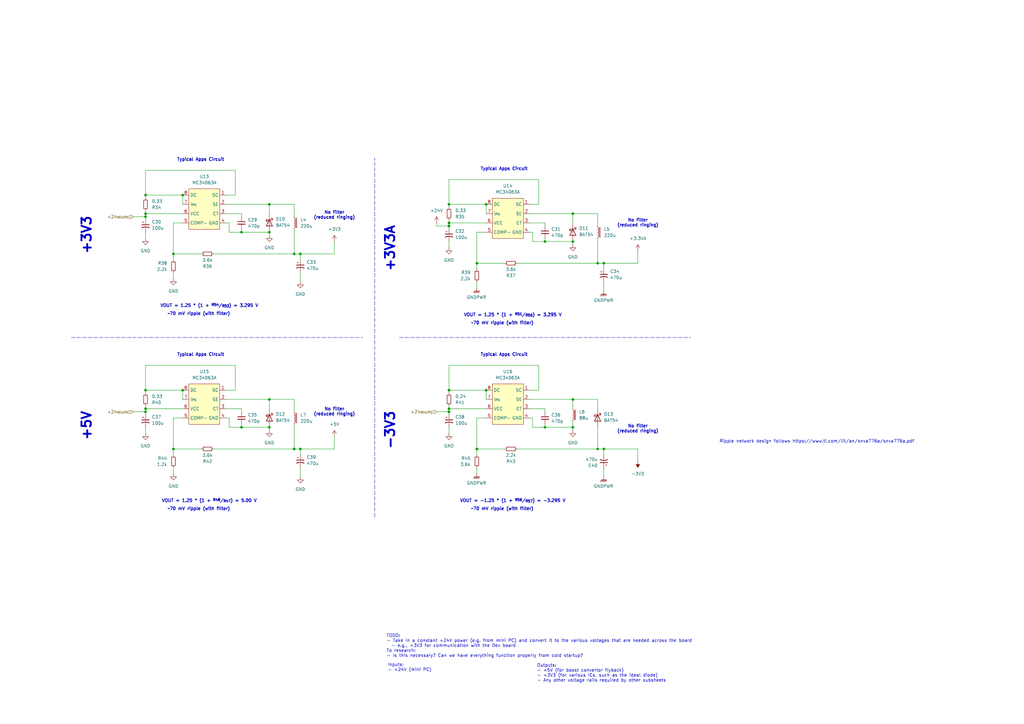
<source format=kicad_sch>
(kicad_sch (version 20250114) (generator "eeschema") (generator_version "9.0")
  (paper "A3")
  (title_block (title "Housekeeping Power Supplies") (date "2025-02-12") (rev "1") (company "UT Robomaster") (comment 1 "Robomaster"))
  (lib_symbols
    (symbol "! Robomaster ICs:MC34063A"
      (property "Reference" "U" (at 0 3.556 0))
      (property "Value" "MC34063A" (at 0 1.524 0))
      (symbol "MC34063A_1_1"
        (rectangle (start -6.35 0) (end 6.35 -16.51) (fill (type background)))
        (pin passive line (at -8.89 -2.54 0) (length 2.54) (name "DC") (number "8"))
        (pin input line (at -8.89 -6.35 0) (length 2.54) (name "I_{PK}") (number "7"))
        (pin power_in line (at -8.89 -10.16 0) (length 2.54) (name "VCC") (number "6"))
        (pin power_in line (at -8.89 -13.97 0) (length 2.54) (name "COMP-") (number "5"))
        (pin passive line (at 8.89 -2.54 180) (length 2.54) (name "SC") (number "1"))
        (pin passive line (at 8.89 -6.35 180) (length 2.54) (name "SE") (number "2"))
        (pin passive line (at 8.89 -10.16 180) (length 2.54) (name "CT") (number "3"))
        (pin power_in line (at 8.89 -13.97 180) (length 2.54) (name "GND") (number "4"))
      )
    )
    (symbol "Device:C_Polarized_Small_US" (pin_numbers (hide yes)) (pin_names (offset 0.254) (hide yes))
      (property "Reference" "C" (at 0.254 1.778 0))
      (property "Value" "C_Polarized_Small_US" (at 0.254 -2.032 0))
      (symbol "C_Polarized_Small_US_0_1"
        (polyline (pts (xy -1.524 0.508) (xy 1.524 0.508)) (stroke (width 0.3048)))
        (polyline (pts (xy -1.27 1.524) (xy -0.762 1.524)))
        (polyline (pts (xy -1.016 1.27) (xy -1.016 1.778)))
        (arc (start -1.524 -0.762) (mid 0 -0.3734) (end 1.524 -0.762) (stroke (width 0.3048)))
      )
      (symbol "C_Polarized_Small_US_1_1"
        (pin passive line (at 0 2.54 270) (length 2.032) (name "~") (number "1"))
        (pin passive line (at 0 -2.54 90) (length 2.032) (name "~") (number "2"))
      )
    )
    (symbol "Device:C_Small" (pin_numbers (hide yes)) (pin_names (offset 0.254) (hide yes))
      (property "Reference" "C" (at 0.254 1.778 0))
      (property "Value" "C_Small" (at 0.254 -2.032 0))
      (symbol "C_Small_0_1"
        (polyline (pts (xy -1.524 0.508) (xy 1.524 0.508)) (stroke (width 0.3048)))
        (polyline (pts (xy -1.524 -0.508) (xy 1.524 -0.508)) (stroke (width 0.3302)))
      )
      (symbol "C_Small_1_1"
        (pin passive line (at 0 2.54 270) (length 2.032) (name "~") (number "1"))
        (pin passive line (at 0 -2.54 90) (length 2.032) (name "~") (number "2"))
      )
    )
    (symbol "Device:D_Schottky" (pin_numbers (hide yes)) (pin_names (offset 1.016) (hide yes))
      (property "Reference" "D6" (at -0.3175 6.35 0))
      (property "Value" "BAT54" (at -0.3175 3.81 0))
      (symbol "D_Schottky_0_1"
        (polyline (pts (xy -1.905 0.635) (xy -1.905 1.27) (xy -1.27 1.27) (xy -1.27 -1.27) (xy -0.635 -1.27) (xy -0.635 -0.635)) (stroke (width 0.254)))
        (polyline (pts (xy 1.27 1.27) (xy 1.27 -1.27) (xy -1.27 0) (xy 1.27 1.27)) (stroke (width 0.254)))
        (polyline (pts (xy 1.27 0) (xy -1.27 0)))
      )
      (symbol "D_Schottky_1_1"
        (pin passive line (at -3.81 0 0) (length 2.54) (name "K") (number "3"))
        (pin passive line (at 3.81 0 180) (length 2.54) (name "A") (number "1"))
      )
    )
    (symbol "Device:L_Iron_Small" (pin_numbers (hide yes)) (pin_names (offset 0.254) (hide yes))
      (property "Reference" "L" (at 1.27 1.016 0))
      (property "Value" "L_Iron_Small" (at 1.27 -1.27 0))
      (symbol "L_Iron_Small_0_1"
        (arc (start 0 2.032) (mid 0.5058 1.524) (end 0 1.016))
        (arc (start 0 1.016) (mid 0.5058 0.508) (end 0 0))
        (arc (start 0 0) (mid 0.5058 -0.508) (end 0 -1.016))
        (arc (start 0 -1.016) (mid 0.5058 -1.524) (end 0 -2.032))
        (polyline (pts (xy 0.762 2.032) (xy 0.762 -2.032)))
        (polyline (pts (xy 1.016 -2.032) (xy 1.016 2.032)))
      )
      (symbol "L_Iron_Small_1_1"
        (pin passive line (at 0 2.54 270) (length 0.508) (name "~") (number "1"))
        (pin passive line (at 0 -2.54 90) (length 0.508) (name "~") (number "2"))
      )
    )
    (symbol "Device:R_Small" (pin_numbers (hide yes)) (pin_names (offset 0.254) (hide yes))
      (property "Reference" "R" (at 0.762 0.508 0))
      (property "Value" "R_Small" (at 0.762 -1.016 0))
      (symbol "R_Small_0_1"
        (rectangle (start -0.762 1.778) (end 0.762 -1.778) (stroke (width 0.2032)))
      )
      (symbol "R_Small_1_1"
        (pin passive line (at 0 2.54 270) (length 0.762) (name "~") (number "1"))
        (pin passive line (at 0 -2.54 90) (length 0.762) (name "~") (number "2"))
      )
    )
    (symbol "power:+24V" (power) (pin_numbers (hide yes)) (pin_names (offset 0) (hide yes))
      (property "Value" "+24V" (at 0 3.556 0))
      (symbol "+24V_0_1"
        (polyline (pts (xy -0.762 1.27) (xy 0 2.54)))
        (polyline (pts (xy 0 2.54) (xy 0.762 1.27)))
        (polyline (pts (xy 0 0) (xy 0 2.54)))
      )
      (symbol "+24V_1_1"
        (pin power_in line (at 0 0 90) (length 0) (name "~") (number "1"))
      )
    )
    (symbol "power:+3.3VA" (power) (pin_numbers (hide yes)) (pin_names (offset 0) (hide yes))
      (property "Value" "+3.3VA" (at 0 3.556 0))
      (symbol "+3.3VA_0_1"
        (polyline (pts (xy -0.762 1.27) (xy 0 2.54)))
        (polyline (pts (xy 0 2.54) (xy 0.762 1.27)))
        (polyline (pts (xy 0 0) (xy 0 2.54)))
      )
      (symbol "+3.3VA_1_1"
        (pin power_in line (at 0 0 90) (length 0) (name "~") (number "1"))
      )
    )
    (symbol "power:+3V3" (power) (pin_numbers (hide yes)) (pin_names (offset 0) (hide yes))
      (property "Value" "+3V3" (at 0 3.556 0))
      (symbol "+3V3_0_1"
        (polyline (pts (xy -0.762 1.27) (xy 0 2.54)))
        (polyline (pts (xy 0 2.54) (xy 0.762 1.27)))
        (polyline (pts (xy 0 0) (xy 0 2.54)))
      )
      (symbol "+3V3_1_1"
        (pin power_in line (at 0 0 90) (length 0) (name "~") (number "1"))
      )
    )
    (symbol "power:+5V" (power) (pin_numbers (hide yes)) (pin_names (offset 0) (hide yes))
      (property "Value" "+5V" (at 0 3.556 0))
      (symbol "+5V_0_1"
        (polyline (pts (xy -0.762 1.27) (xy 0 2.54)))
        (polyline (pts (xy 0 2.54) (xy 0.762 1.27)))
        (polyline (pts (xy 0 0) (xy 0 2.54)))
      )
      (symbol "+5V_1_1"
        (pin power_in line (at 0 0 90) (length 0) (name "~") (number "1"))
      )
    )
    (symbol "power:-3V3" (power) (pin_numbers (hide yes)) (pin_names (offset 0) (hide yes))
      (property "Value" "-3V3" (at 0 3.556 0))
      (symbol "-3V3_0_0"
        (pin power_in line (at 0 0 90) (length 0) (name "~") (number "1"))
      )
      (symbol "-3V3_0_1"
        (polyline (pts (xy 0 0) (xy 0 1.27) (xy 0.762 1.27) (xy 0 2.54) (xy -0.762 1.27) (xy 0 1.27)) (fill (type outline)))
      )
    )
    (symbol "power:GND" (power) (pin_numbers (hide yes)) (pin_names (offset 0) (hide yes))
      (property "Value" "GND" (at 0 -3.81 0))
      (symbol "GND_0_1"
        (polyline (pts (xy 0 0) (xy 0 -1.27) (xy 1.27 -1.27) (xy 0 -2.54) (xy -1.27 -1.27) (xy 0 -1.27)))
      )
      (symbol "GND_1_1"
        (pin power_in line (at 0 0 270) (length 0) (name "~") (number "1"))
      )
    )
    (symbol "power:GNDPWR" (power) (pin_numbers (hide yes)) (pin_names (offset 0) (hide yes))
      (property "Value" "GNDPWR" (at 0 -3.302 0))
      (symbol "GNDPWR_0_1"
        (polyline (pts (xy -1.016 -1.27) (xy -1.27 -2.032) (xy -1.27 -2.032)) (stroke (width 0.2032)))
        (polyline (pts (xy -0.508 -1.27) (xy -0.762 -2.032) (xy -0.762 -2.032)) (stroke (width 0.2032)))
        (polyline (pts (xy 0 -1.27) (xy 0 0)))
        (polyline (pts (xy 0 -1.27) (xy -0.254 -2.032) (xy -0.254 -2.032)) (stroke (width 0.2032)))
        (polyline (pts (xy 0.508 -1.27) (xy 0.254 -2.032) (xy 0.254 -2.032)) (stroke (width 0.2032)))
        (polyline (pts (xy 1.016 -1.27) (xy -1.016 -1.27) (xy -1.016 -1.27)) (stroke (width 0.2032)))
        (polyline (pts (xy 1.016 -1.27) (xy 0.762 -2.032) (xy 0.762 -2.032) (xy 0.762 -2.032)) (stroke (width 0.2032)))
      )
      (symbol "GNDPWR_1_1"
        (pin power_in line (at 0 0 270) (length 0) (name "~") (number "1"))
      )
    )
  )
  (text "~70 mV ripple (with filter)" (at 81.534 208.788 0) (effects (font (size 1.27 1.27) (thickness 0.254) (bold yes))))
  (text "Typical Apps Circuit" (at 82.296 145.542 0) (effects (font (size 1.27 1.27) (thickness 0.254) (bold yes))))
  (text "No filter\n(reduced ringing)" (at 261.62 175.895 0) (effects (font (size 1.27 1.27) (thickness 0.254) (bold yes))))
  (text "+5V" (at 33.274 168.402 90) (effects (font (size 3.81 3.81) (thickness 0.762) (bold yes)) (justify right top)))
  (text "VOUT = -1.25 * (1 + ^{R56}/_{R57}) = -3.295 V" (at 210.312 205.486 0) (effects (font (size 1.27 1.27) (thickness 0.254) (bold yes))))
  (text "Typical Apps Circuit" (at 206.756 69.342 0) (effects (font (size 1.27 1.27) (thickness 0.254) (bold yes))))
  (text "~70 mV ripple (with filter)" (at 205.994 208.788 0) (effects (font (size 1.27 1.27) (thickness 0.254) (bold yes))))
  (text "+3V3" (at 33.274 88.392 90) (effects (font (size 3.81 3.81) (thickness 0.762) (bold yes)) (justify right top)))
  (text "Outputs:\n- +5V (for boost convertor flyback)\n- +3V3 (for various ICs, such as the ideal diode)\n- Any other voltage rails required by other subsheets" (at 220.218 272.288 0) (effects (font (size 1.27 1.27)) (justify left top)))
  (text "Inputs:\n- +24V (mini PC)" (at 159.004 272.034 0) (effects (font (size 1.27 1.27)) (justify left top)))
  (text "TODO:\n- Take in a constant +24V power (e.g. from mini PC) and convert it to the various voltages that are needed across the board\n  - e.g., +3V3 for communication with the Dev board\nTo research:\n- Is this necessary? Can we have everything function properly from cold startup?" (at 158.496 260.096 0) (effects (font (size 1.27 1.27)) (justify left top)))
  (text "VOUT = 1.25 * (1 + ^{R51}/_{R50}) = 3.295 V" (at 210.312 129.286 0) (effects (font (size 1.27 1.27) (thickness 0.254) (bold yes))))
  (text "+3V3A" (at 157.734 92.202 90) (effects (font (size 3.81 3.81) (thickness 0.762) (bold yes)) (justify right top)))
  (text "~70 mV ripple (with filter)" (at 81.534 128.778 0) (effects (font (size 1.27 1.27) (thickness 0.254) (bold yes))))
  (text "~70 mV ripple (with filter)" (at 205.994 132.588 0) (effects (font (size 1.27 1.27) (thickness 0.254) (bold yes))))
  (text "Ripple network design follows https://www.ti.com/lit/an/snva776a/snva776a.pdf" (at 335.026 181.102 0) (effects (font (size 1.27 1.27))))
  (text "No filter\n(reduced ringing)" (at 261.62 91.44 0) (effects (font (size 1.27 1.27) (thickness 0.254) (bold yes))))
  (text "VOUT = 1.25 * (1 + ^{R54}/_{R53}) = 3.295 V" (at 85.852 125.476 0) (effects (font (size 1.27 1.27) (thickness 0.254) (bold yes))))
  (text "-3V3" (at 157.734 168.402 90) (effects (font (size 3.81 3.81) (thickness 0.762) (bold yes)) (justify right top)))
  (text "No filter\n(reduced ringing)" (at 137.16 88.265 0) (effects (font (size 1.27 1.27) (thickness 0.254) (bold yes))))
  (text "VOUT = 1.25 * (1 + ^{R48}/_{R47}) = 5.00 V" (at 85.852 205.486 0) (effects (font (size 1.27 1.27) (thickness 0.254) (bold yes))))
  (text "Typical Apps Circuit" (at 82.296 65.532 0) (effects (font (size 1.27 1.27) (thickness 0.254) (bold yes))))
  (text "No filter\n(reduced ringing)" (at 137.16 168.91 0) (effects (font (size 1.27 1.27) (thickness 0.254) (bold yes))))
  (text "Typical Apps Circuit" (at 206.756 145.542 0) (effects (font (size 1.27 1.27) (thickness 0.254) (bold yes))))
  (junction (at 223.52 99.06))
  (junction (at 199.39 160.02))
  (junction (at 184.15 168.91))
  (junction (at 223.52 175.26))
  (junction (at 184.15 91.44))
  (junction (at 59.69 80.01))
  (junction (at 245.11 107.95))
  (junction (at 71.12 184.15))
  (junction (at 120.65 104.14))
  (junction (at 71.12 104.14))
  (junction (at 184.15 160.02))
  (junction (at 110.49 95.25))
  (junction (at 234.95 87.63))
  (junction (at 110.49 83.82))
  (junction (at 59.69 160.02))
  (junction (at 195.58 184.15))
  (junction (at 74.93 80.01))
  (junction (at 199.39 83.82))
  (junction (at 234.95 99.06))
  (junction (at 59.69 168.91))
  (junction (at 184.15 92.71))
  (junction (at 99.06 175.26))
  (junction (at 59.69 88.9))
  (junction (at 247.65 107.95))
  (junction (at 59.69 167.64))
  (junction (at 195.58 107.95))
  (junction (at 110.49 175.26))
  (junction (at 123.19 184.15))
  (junction (at 247.65 184.15))
  (junction (at 184.15 83.82))
  (junction (at 74.93 160.02))
  (junction (at 120.65 184.15))
  (junction (at 59.69 87.63))
  (junction (at 99.06 95.25))
  (junction (at 184.15 167.64))
  (junction (at 234.95 175.26))
  (junction (at 245.11 184.15))
  (junction (at 123.19 104.14))
  (junction (at 234.95 163.83))
  (junction (at 110.49 163.83))
  (wire (pts (xy 120.65 173.99) (xy 120.65 184.15)))
  (wire (pts (xy 223.52 173.99) (xy 223.52 175.26)))
  (polyline (pts (xy 163.83 138.43) (xy 283.21 138.43)) (stroke (width 0) (type dash)))
  (wire (pts (xy 234.95 87.63) (xy 217.17 87.63)))
  (polyline (pts (xy 29.21 138.43) (xy 148.59 138.43)) (stroke (width 0) (type dash)))
  (wire (pts (xy 120.65 88.9) (xy 120.65 83.82)))
  (wire (pts (xy 234.95 87.63) (xy 234.95 91.44)))
  (wire (pts (xy 195.58 95.25) (xy 195.58 107.95)))
  (wire (pts (xy 120.65 184.15) (xy 123.19 184.15)))
  (wire (pts (xy 261.62 107.95) (xy 261.62 102.87)))
  (wire (pts (xy 123.19 111.76) (xy 123.19 115.57)))
  (wire (pts (xy 137.16 184.15) (xy 137.16 179.07)))
  (wire (pts (xy 247.65 184.15) (xy 247.65 186.69)))
  (wire (pts (xy 245.11 175.26) (xy 245.11 184.15)))
  (wire (pts (xy 59.69 160.02) (xy 59.69 161.29)))
  (wire (pts (xy 120.65 104.14) (xy 123.19 104.14)))
  (wire (pts (xy 184.15 83.82) (xy 199.39 83.82)))
  (wire (pts (xy 120.65 168.91) (xy 120.65 163.83)))
  (wire (pts (xy 217.17 171.45) (xy 218.44 171.45)))
  (wire (pts (xy 184.15 166.37) (xy 184.15 167.64)))
  (wire (pts (xy 120.65 93.98) (xy 120.65 104.14)))
  (wire (pts (xy 99.06 167.64) (xy 92.71 167.64)))
  (wire (pts (xy 217.17 163.83) (xy 234.95 163.83)))
  (wire (pts (xy 59.69 69.85) (xy 59.69 80.01)))
  (wire (pts (xy 74.93 80.01) (xy 74.93 83.82)))
  (wire (pts (xy 234.95 163.83) (xy 234.95 167.64)))
  (wire (pts (xy 223.52 175.26) (xy 218.44 175.26)))
  (wire (pts (xy 54.61 168.91) (xy 59.69 168.91)))
  (wire (pts (xy 234.95 163.83) (xy 245.11 163.83)))
  (wire (pts (xy 87.63 184.15) (xy 120.65 184.15)))
  (wire (pts (xy 199.39 95.25) (xy 195.58 95.25)))
  (wire (pts (xy 96.52 69.85) (xy 59.69 69.85)))
  (wire (pts (xy 123.19 104.14) (xy 123.19 106.68)))
  (wire (pts (xy 245.11 163.83) (xy 245.11 167.64)))
  (wire (pts (xy 245.11 184.15) (xy 247.65 184.15)))
  (wire (pts (xy 92.71 171.45) (xy 93.98 171.45)))
  (wire (pts (xy 110.49 163.83) (xy 110.49 167.64)))
  (wire (pts (xy 223.52 91.44) (xy 217.17 91.44)))
  (wire (pts (xy 184.15 90.17) (xy 184.15 91.44)))
  (wire (pts (xy 179.07 168.91) (xy 184.15 168.91)))
  (wire (pts (xy 195.58 107.95) (xy 195.58 110.49)))
  (wire (pts (xy 223.52 168.91) (xy 223.52 167.64)))
  (wire (pts (xy 184.15 167.64) (xy 199.39 167.64)))
  (wire (pts (xy 99.06 95.25) (xy 93.98 95.25)))
  (wire (pts (xy 137.16 104.14) (xy 137.16 99.06)))
  (wire (pts (xy 123.19 191.77) (xy 123.19 195.58)))
  (wire (pts (xy 59.69 87.63) (xy 74.93 87.63)))
  (wire (pts (xy 184.15 92.71) (xy 184.15 93.98)))
  (wire (pts (xy 247.65 115.57) (xy 247.65 119.38)))
  (wire (pts (xy 99.06 87.63) (xy 92.71 87.63)))
  (wire (pts (xy 220.98 149.86) (xy 184.15 149.86)))
  (wire (pts (xy 223.52 92.71) (xy 223.52 91.44)))
  (wire (pts (xy 199.39 160.02) (xy 199.39 163.83)))
  (wire (pts (xy 71.12 111.76) (xy 71.12 114.3)))
  (wire (pts (xy 96.52 149.86) (xy 59.69 149.86)))
  (wire (pts (xy 184.15 91.44) (xy 184.15 92.71)))
  (wire (pts (xy 59.69 168.91) (xy 59.69 170.18)))
  (wire (pts (xy 184.15 167.64) (xy 184.15 168.91)))
  (wire (pts (xy 234.95 87.63) (xy 245.11 87.63)))
  (wire (pts (xy 110.49 175.26) (xy 110.49 176.53)))
  (wire (pts (xy 184.15 149.86) (xy 184.15 160.02)))
  (wire (pts (xy 199.39 171.45) (xy 195.58 171.45)))
  (wire (pts (xy 92.71 160.02) (xy 96.52 160.02)))
  (wire (pts (xy 184.15 175.26) (xy 184.15 177.8)))
  (wire (pts (xy 220.98 73.66) (xy 184.15 73.66)))
  (wire (pts (xy 110.49 163.83) (xy 92.71 163.83)))
  (wire (pts (xy 59.69 166.37) (xy 59.69 167.64)))
  (wire (pts (xy 195.58 115.57) (xy 195.58 118.11)))
  (wire (pts (xy 92.71 80.01) (xy 96.52 80.01)))
  (wire (pts (xy 247.65 191.77) (xy 247.65 195.58)))
  (wire (pts (xy 195.58 171.45) (xy 195.58 184.15)))
  (wire (pts (xy 87.63 104.14) (xy 120.65 104.14)))
  (wire (pts (xy 71.12 104.14) (xy 71.12 106.68)))
  (wire (pts (xy 184.15 168.91) (xy 184.15 170.18)))
  (wire (pts (xy 223.52 99.06) (xy 218.44 99.06)))
  (wire (pts (xy 59.69 167.64) (xy 74.93 167.64)))
  (wire (pts (xy 179.07 92.71) (xy 179.07 91.44)))
  (wire (pts (xy 110.49 175.26) (xy 99.06 175.26)))
  (wire (pts (xy 223.52 167.64) (xy 217.17 167.64)))
  (wire (pts (xy 184.15 160.02) (xy 184.15 161.29)))
  (wire (pts (xy 195.58 107.95) (xy 207.01 107.95)))
  (wire (pts (xy 184.15 99.06) (xy 184.15 101.6)))
  (wire (pts (xy 245.11 107.95) (xy 247.65 107.95)))
  (wire (pts (xy 195.58 184.15) (xy 195.58 186.69)))
  (wire (pts (xy 96.52 160.02) (xy 96.52 149.86)))
  (wire (pts (xy 54.61 88.9) (xy 59.69 88.9)))
  (wire (pts (xy 195.58 184.15) (xy 207.01 184.15)))
  (wire (pts (xy 59.69 86.36) (xy 59.69 87.63)))
  (wire (pts (xy 218.44 171.45) (xy 218.44 175.26)))
  (wire (pts (xy 71.12 184.15) (xy 71.12 186.69)))
  (wire (pts (xy 184.15 83.82) (xy 184.15 85.09)))
  (wire (pts (xy 71.12 184.15) (xy 82.55 184.15)))
  (wire (pts (xy 247.65 107.95) (xy 247.65 110.49)))
  (wire (pts (xy 93.98 171.45) (xy 93.98 175.26)))
  (wire (pts (xy 74.93 171.45) (xy 71.12 171.45)))
  (wire (pts (xy 71.12 171.45) (xy 71.12 184.15)))
  (wire (pts (xy 247.65 107.95) (xy 261.62 107.95)))
  (wire (pts (xy 217.17 83.82) (xy 220.98 83.82)))
  (wire (pts (xy 220.98 160.02) (xy 220.98 149.86)))
  (wire (pts (xy 245.11 97.79) (xy 245.11 107.95)))
  (wire (pts (xy 99.06 173.99) (xy 99.06 175.26)))
  (wire (pts (xy 71.12 191.77) (xy 71.12 194.31)))
  (wire (pts (xy 59.69 167.64) (xy 59.69 168.91)))
  (wire (pts (xy 212.09 107.95) (xy 245.11 107.95)))
  (wire (pts (xy 184.15 73.66) (xy 184.15 83.82)))
  (wire (pts (xy 247.65 184.15) (xy 261.62 184.15)))
  (wire (pts (xy 110.49 163.83) (xy 120.65 163.83)))
  (wire (pts (xy 92.71 91.44) (xy 93.98 91.44)))
  (wire (pts (xy 218.44 95.25) (xy 218.44 99.06)))
  (wire (pts (xy 59.69 160.02) (xy 74.93 160.02)))
  (wire (pts (xy 234.95 99.06) (xy 223.52 99.06)))
  (wire (pts (xy 71.12 91.44) (xy 71.12 104.14)))
  (wire (pts (xy 234.95 175.26) (xy 234.95 176.53)))
  (wire (pts (xy 59.69 95.25) (xy 59.69 97.79)))
  (wire (pts (xy 234.95 99.06) (xy 234.95 100.33)))
  (wire (pts (xy 217.17 95.25) (xy 218.44 95.25)))
  (wire (pts (xy 71.12 104.14) (xy 82.55 104.14)))
  (wire (pts (xy 99.06 88.9) (xy 99.06 87.63)))
  (wire (pts (xy 199.39 83.82) (xy 199.39 87.63)))
  (wire (pts (xy 110.49 83.82) (xy 110.49 87.63)))
  (wire (pts (xy 261.62 184.15) (xy 261.62 189.23)))
  (wire (pts (xy 99.06 175.26) (xy 93.98 175.26)))
  (wire (pts (xy 59.69 175.26) (xy 59.69 177.8)))
  (wire (pts (xy 59.69 80.01) (xy 59.69 81.28)))
  (wire (pts (xy 110.49 83.82) (xy 120.65 83.82)))
  (polyline (pts (xy 153.67 212.09) (xy 153.67 64.77)) (stroke (width 0) (type dash)))
  (wire (pts (xy 59.69 88.9) (xy 59.69 90.17)))
  (wire (pts (xy 234.95 172.72) (xy 234.95 175.26)))
  (wire (pts (xy 184.15 91.44) (xy 199.39 91.44)))
  (wire (pts (xy 74.93 91.44) (xy 71.12 91.44)))
  (wire (pts (xy 99.06 93.98) (xy 99.06 95.25)))
  (wire (pts (xy 74.93 160.02) (xy 74.93 163.83)))
  (wire (pts (xy 110.49 83.82) (xy 92.71 83.82)))
  (wire (pts (xy 212.09 184.15) (xy 245.11 184.15)))
  (wire (pts (xy 59.69 149.86) (xy 59.69 160.02)))
  (wire (pts (xy 110.49 95.25) (xy 110.49 96.52)))
  (wire (pts (xy 59.69 87.63) (xy 59.69 88.9)))
  (wire (pts (xy 59.69 80.01) (xy 74.93 80.01)))
  (wire (pts (xy 96.52 80.01) (xy 96.52 69.85)))
  (wire (pts (xy 195.58 191.77) (xy 195.58 194.31)))
  (wire (pts (xy 223.52 97.79) (xy 223.52 99.06)))
  (wire (pts (xy 179.07 92.71) (xy 184.15 92.71)))
  (wire (pts (xy 234.95 175.26) (xy 223.52 175.26)))
  (wire (pts (xy 99.06 168.91) (xy 99.06 167.64)))
  (wire (pts (xy 123.19 104.14) (xy 137.16 104.14)))
  (wire (pts (xy 110.49 95.25) (xy 99.06 95.25)))
  (wire (pts (xy 245.11 92.71) (xy 245.11 87.63)))
  (wire (pts (xy 217.17 160.02) (xy 220.98 160.02)))
  (wire (pts (xy 123.19 184.15) (xy 137.16 184.15)))
  (wire (pts (xy 123.19 184.15) (xy 123.19 186.69)))
  (wire (pts (xy 184.15 160.02) (xy 199.39 160.02)))
  (wire (pts (xy 220.98 83.82) (xy 220.98 73.66)))
  (wire (pts (xy 93.98 91.44) (xy 93.98 95.25)))
  (hierarchical_label "+24_{MiniPC}" (shape input) (at 54.61 168.91 180))
  (hierarchical_label "+24_{MiniPC}" (shape input) (at 54.61 88.9 180))
  (hierarchical_label "+24_{MiniPC}" (shape input) (at 179.07 168.91 180))
  (symbol (lib_id "! Robomaster ICs:MC34063A") (at 83.82 77.47 0) (unit 1)
    (property "Reference" "U13" (at 83.82 72.39 0))
    (property "Value" "MC34063A" (at 83.82 74.93 0))
    (property "Footprint" "Package_SO:SOIC-8_3.9x4.9mm_P1.27mm" (effects (hide yes)))
    (property "Datasheet" "https://www.ti.com/lit/gpn/mc34063a" (effects (hide yes)))
    (property "Description" "1.5-A boost, buck, inverting switching regulator, operation from 0°C to 70°C" (effects (hide yes)))
    (property "Mouser Part Number" "595-MC34063ADR" (effects (hide yes)))
  )
  (symbol (lib_id "power:+3V3") (at 137.16 99.06 0) (unit 1)
    (property "Reference" "#PWR085" (effects (hide yes)))
    (property "Value" "+3V3" (at 137.16 93.98 0))
    (property "Description" "Power symbol creates a global label with name \"+3V3\"" (effects (hide yes)))
  )
  (symbol (lib_id "Device:C_Polarized_Small_US") (at 59.69 172.72 0) (unit 1)
    (property "Reference" "C37" (at 62.23 171.0181 0) (effects (justify left)))
    (property "Value" "100u" (at 62.23 173.5581 0) (effects (justify left)))
    (property "Footprint" "Capacitor_THT:CP_Radial_D8.0mm_P3.50mm" (effects (hide yes)))
    (property "Datasheet" "https://www.we-online.com/components/products/datasheet/860010674014.pdf" (effects (hide yes)))
    (property "Description" "Polarized capacitor, small US symbol" (effects (hide yes)))
    (property "Mouser Part Number" "710-860010674014" (effects (hide yes)))
  )
  (symbol (lib_id "Device:C_Small") (at 223.52 171.45 0) (unit 1)
    (property "Reference" "C36" (at 226.06 170.1862 0) (effects (justify left)))
    (property "Value" "470p" (at 226.06 172.7262 0) (effects (justify left)))
    (property "Description" "Unpolarized capacitor, small symbol" (effects (hide yes)))
  )
  (symbol (lib_id "Device:R_Small") (at 184.15 87.63 0) (mirror x) (unit 1)
    (property "Reference" "R35" (at 186.69 88.9001 0) (effects (justify left)))
    (property "Value" "0.33" (at 186.69 86.3601 0) (effects (justify left)))
    (property "Description" "Resistor, small symbol" (effects (hide yes)))
  )
  (symbol (lib_id "! Robomaster ICs:MC34063A") (at 208.28 157.48 0) (unit 1)
    (property "Reference" "U16" (at 208.28 152.4 0))
    (property "Value" "MC34063A" (at 208.28 154.94 0))
    (property "Footprint" "Package_SO:SOIC-8_3.9x4.9mm_P1.27mm" (effects (hide yes)))
    (property "Datasheet" "https://www.ti.com/lit/gpn/mc34063a" (effects (hide yes)))
    (property "Description" "1.5-A boost, buck, inverting switching regulator, operation from 0°C to 70°C" (effects (hide yes)))
    (property "Mouser Part Number" "595-MC34063ADR" (effects (hide yes)))
  )
  (symbol (lib_id "Device:R_Small") (at 59.69 83.82 0) (mirror x) (unit 1)
    (property "Reference" "R34" (at 62.23 85.0901 0) (effects (justify left)))
    (property "Value" "0.33" (at 62.23 82.5501 0) (effects (justify left)))
    (property "Description" "Resistor, small symbol" (effects (hide yes)))
  )
  (symbol (lib_id "power:GNDPWR") (at 247.65 195.58 0) (unit 1)
    (property "Reference" "#PWR0102" (effects (hide yes)))
    (property "Value" "GNDPWR" (at 247.523 199.39 0))
    (property "Description" "Power symbol creates a global label with name \"GNDPWR\" , global ground" (effects (hide yes)))
  )
  (symbol (lib_id "Device:R_Small") (at 85.09 104.14 90) (mirror x) (unit 1)
    (property "Reference" "R36" (at 85.09 109.22 90))
    (property "Value" "3.6k" (at 85.09 106.68 90))
    (property "Description" "Resistor, small symbol" (effects (hide yes)))
  )
  (symbol (lib_id "Device:C_Small") (at 99.06 171.45 0) (unit 1)
    (property "Reference" "C35" (at 101.6 170.1862 0) (effects (justify left)))
    (property "Value" "470p" (at 101.6 172.7262 0) (effects (justify left)))
    (property "Description" "Unpolarized capacitor, small symbol" (effects (hide yes)))
  )
  (symbol (lib_id "power:GND") (at 123.19 115.57 0) (unit 1)
    (property "Reference" "#PWR090" (effects (hide yes)))
    (property "Value" "GND" (at 123.19 120.65 0))
    (property "Description" "Power symbol creates a global label with name \"GND\" , ground" (effects (hide yes)))
  )
  (symbol (lib_id "Device:R_Small") (at 85.09 184.15 90) (mirror x) (unit 1)
    (property "Reference" "R42" (at 85.09 189.23 90))
    (property "Value" "3.6k" (at 85.09 186.69 90))
    (property "Description" "Resistor, small symbol" (effects (hide yes)))
  )
  (symbol (lib_id "power:GNDPWR") (at 195.58 194.31 0) (unit 1)
    (property "Reference" "#PWR0100" (effects (hide yes)))
    (property "Value" "GNDPWR" (at 195.453 198.12 0))
    (property "Description" "Power symbol creates a global label with name \"GNDPWR\" , global ground" (effects (hide yes)))
  )
  (symbol (lib_id "Device:C_Small") (at 99.06 91.44 0) (unit 1)
    (property "Reference" "C29" (at 101.6 90.1762 0) (effects (justify left)))
    (property "Value" "470p" (at 101.6 92.7162 0) (effects (justify left)))
    (property "Description" "Unpolarized capacitor, small symbol" (effects (hide yes)))
  )
  (symbol (lib_id "Device:R_Small") (at 209.55 107.95 90) (mirror x) (unit 1)
    (property "Reference" "R37" (at 209.55 113.03 90))
    (property "Value" "3.6k" (at 209.55 110.49 90))
    (property "Description" "Resistor, small symbol" (effects (hide yes)))
  )
  (symbol (lib_id "power:GND") (at 59.69 177.8 0) (unit 1)
    (property "Reference" "#PWR095" (effects (hide yes)))
    (property "Value" "GND" (at 59.69 182.88 0))
    (property "Description" "Power symbol creates a global label with name \"GND\" , ground" (effects (hide yes)))
  )
  (symbol (lib_id "power:+24V") (at 179.07 91.44 0) (unit 1)
    (property "Reference" "#PWR082" (effects (hide yes)))
    (property "Value" "+24V" (at 179.07 86.36 0))
    (property "Description" "Power symbol creates a global label with name \"+24V\"" (effects (hide yes)))
  )
  (symbol (lib_id "Device:C_Polarized_Small_US") (at 59.69 92.71 0) (unit 1)
    (property "Reference" "C30" (at 62.23 91.0081 0) (effects (justify left)))
    (property "Value" "100u" (at 62.23 93.5481 0) (effects (justify left)))
    (property "Footprint" "Capacitor_THT:CP_Radial_D8.0mm_P3.50mm" (effects (hide yes)))
    (property "Datasheet" "https://www.we-online.com/components/products/datasheet/860010674014.pdf" (effects (hide yes)))
    (property "Description" "Polarized capacitor, small US symbol" (effects (hide yes)))
    (property "Mouser Part Number" "710-860010674014" (effects (hide yes)))
  )
  (symbol (lib_id "Device:C_Polarized_Small_US") (at 123.19 189.23 0) (unit 1)
    (property "Reference" "C39" (at 125.73 187.5281 0) (effects (justify left)))
    (property "Value" "470u" (at 125.73 190.0681 0) (effects (justify left)))
    (property "Footprint" "Capacitor_THT:CP_Radial_D6.3mm_P2.50mm" (effects (hide yes)))
    (property "Datasheet" "https://www.we-online.com/components/products/datasheet/860010273011.pdf" (effects (hide yes)))
    (property "Description" "Polarized capacitor, small US symbol" (effects (hide yes)))
    (property "Mouser Part Number" "710-860010273011" (effects (hide yes)))
  )
  (symbol (lib_id "Device:D_Schottky") (at 234.95 95.25 270) (unit 1)
    (property "Reference" "D11" (at 237.49 93.6624 90) (effects (justify left)))
    (property "Value" "BAT54" (at 237.49 96.2024 90) (effects (justify left)))
    (property "Footprint" "Package_TO_SOT_SMD:SOT-23_Handsoldering" (effects (hide yes)))
    (property "Datasheet" "https://www.mouser.com/datasheet/2/1057/BAT54_SERIES-1868856.pdf" (effects (hide yes)))
    (property "Description" "Schottky diode" (effects (hide yes)))
    (property "Mouser Part Number" "241-BAT54_R1_00001" (effects (hide yes)))
  )
  (symbol (lib_id "power:GND") (at 110.49 176.53 0) (unit 1)
    (property "Reference" "#PWR093" (effects (hide yes)))
    (property "Value" "GND" (at 110.49 181.61 0))
    (property "Description" "Power symbol creates a global label with name \"GND\" , ground" (effects (hide yes)))
  )
  (symbol (lib_id "Device:L_Iron_Small") (at 234.95 170.18 0) (unit 1)
    (property "Reference" "L6" (at 237.49 168.9099 0) (effects (justify left)))
    (property "Value" "88u" (at 237.49 171.4499 0) (effects (justify left)))
    (property "Description" "Inductor with iron core, small symbol" (effects (hide yes)))
  )
  (symbol (lib_id "Device:C_Polarized_Small_US") (at 184.15 172.72 0) (unit 1)
    (property "Reference" "C38" (at 186.69 171.0181 0) (effects (justify left)))
    (property "Value" "100u" (at 186.69 173.5581 0) (effects (justify left)))
    (property "Footprint" "Capacitor_THT:CP_Radial_D8.0mm_P3.50mm" (effects (hide yes)))
    (property "Datasheet" "https://www.we-online.com/components/products/datasheet/860010674014.pdf" (effects (hide yes)))
    (property "Description" "Polarized capacitor, small US symbol" (effects (hide yes)))
    (property "Mouser Part Number" "710-860010674014" (effects (hide yes)))
  )
  (symbol (lib_id "power:GND") (at 71.12 194.31 0) (unit 1)
    (property "Reference" "#PWR099" (effects (hide yes)))
    (property "Value" "GND" (at 71.12 199.39 0))
    (property "Description" "Power symbol creates a global label with name \"GND\" , ground" (effects (hide yes)))
  )
  (symbol (lib_id "power:+5V") (at 137.16 179.07 0) (unit 1)
    (property "Reference" "#PWR097" (effects (hide yes)))
    (property "Value" "+5V" (at 137.16 173.99 0))
    (property "Description" "Power symbol creates a global label with name \"+5V\"" (effects (hide yes)))
  )
  (symbol (lib_id "Device:C_Polarized_Small_US") (at 247.65 189.23 180) (unit 1)
    (property "Reference" "C40" (at 245.11 190.9319 0) (effects (justify left)))
    (property "Value" "470u" (at 245.11 188.3919 0) (effects (justify left)))
    (property "Footprint" "Capacitor_THT:CP_Radial_D6.3mm_P2.50mm" (effects (hide yes)))
    (property "Datasheet" "https://www.we-online.com/components/products/datasheet/860010273011.pdf" (effects (hide yes)))
    (property "Description" "Polarized capacitor, small US symbol" (effects (hide yes)))
    (property "Mouser Part Number" "710-860010273011" (effects (hide yes)))
  )
  (symbol (lib_id "Device:D_Schottky") (at 110.49 91.44 270) (unit 1)
    (property "Reference" "D10" (at 113.03 89.8524 90) (effects (justify left)))
    (property "Value" "BAT54" (at 113.03 92.3924 90) (effects (justify left)))
    (property "Footprint" "Package_TO_SOT_SMD:SOT-23_Handsoldering" (effects (hide yes)))
    (property "Datasheet" "https://www.mouser.com/datasheet/2/1057/BAT54_SERIES-1868856.pdf" (effects (hide yes)))
    (property "Description" "Schottky diode" (effects (hide yes)))
    (property "Mouser Part Number" "241-BAT54_R1_00001" (effects (hide yes)))
  )
  (symbol (lib_id "Device:D_Schottky") (at 245.11 171.45 270) (unit 1)
    (property "Reference" "D13" (at 247.65 169.8624 90) (effects (justify left)))
    (property "Value" "BAT54" (at 247.65 172.4024 90) (effects (justify left)))
    (property "Footprint" "Package_TO_SOT_SMD:SOT-23_Handsoldering" (effects (hide yes)))
    (property "Datasheet" "https://www.mouser.com/datasheet/2/1057/BAT54_SERIES-1868856.pdf" (effects (hide yes)))
    (property "Description" "Schottky diode" (effects (hide yes)))
    (property "Mouser Part Number" "241-BAT54_R1_00001" (effects (hide yes)))
  )
  (symbol (lib_id "Device:C_Polarized_Small_US") (at 123.19 109.22 0) (unit 1)
    (property "Reference" "C33" (at 125.73 107.5181 0) (effects (justify left)))
    (property "Value" "470u" (at 125.73 110.0581 0) (effects (justify left)))
    (property "Footprint" "Capacitor_THT:CP_Radial_D6.3mm_P2.50mm" (effects (hide yes)))
    (property "Datasheet" "https://www.we-online.com/components/products/datasheet/860010273011.pdf" (effects (hide yes)))
    (property "Description" "Polarized capacitor, small US symbol" (effects (hide yes)))
    (property "Mouser Part Number" "710-860010273011" (effects (hide yes)))
  )
  (symbol (lib_id "power:GND") (at 184.15 101.6 0) (unit 1)
    (property "Reference" "#PWR087" (effects (hide yes)))
    (property "Value" "GND" (at 184.15 106.68 0))
    (property "Description" "Power symbol creates a global label with name \"GND\" , ground" (effects (hide yes)))
  )
  (symbol (lib_id "power:GND") (at 184.15 177.8 0) (unit 1)
    (property "Reference" "#PWR096" (effects (hide yes)))
    (property "Value" "GND" (at 184.15 182.88 0))
    (property "Description" "Power symbol creates a global label with name \"GND\" , ground" (effects (hide yes)))
  )
  (symbol (lib_id "power:GNDPWR") (at 247.65 119.38 0) (unit 1)
    (property "Reference" "#PWR092" (effects (hide yes)))
    (property "Value" "GNDPWR" (at 247.523 123.19 0))
    (property "Description" "Power symbol creates a global label with name \"GNDPWR\" , global ground" (effects (hide yes)))
  )
  (symbol (lib_id "Device:R_Small") (at 195.58 189.23 0) (mirror y) (unit 1)
    (property "Reference" "R45" (at 193.04 187.9599 0) (effects (justify left)))
    (property "Value" "3.6k" (at 193.04 190.4999 0) (effects (justify left)))
    (property "Description" "Resistor, small symbol" (effects (hide yes)))
  )
  (symbol (lib_id "Device:C_Polarized_Small_US") (at 247.65 113.03 0) (unit 1)
    (property "Reference" "C34" (at 250.19 111.3281 0) (effects (justify left)))
    (property "Value" "470u" (at 250.19 113.8681 0) (effects (justify left)))
    (property "Footprint" "Capacitor_THT:CP_Radial_D6.3mm_P2.50mm" (effects (hide yes)))
    (property "Datasheet" "https://www.we-online.com/components/products/datasheet/860010273011.pdf" (effects (hide yes)))
    (property "Description" "Polarized capacitor, small US symbol" (effects (hide yes)))
    (property "Mouser Part Number" "710-860010273011" (effects (hide yes)))
  )
  (symbol (lib_id "Device:L_Iron_Small") (at 120.65 171.45 0) (unit 1)
    (property "Reference" "L7" (at 123.19 170.1799 0) (effects (justify left)))
    (property "Value" "220u" (at 123.19 172.7199 0) (effects (justify left)))
    (property "Description" "Inductor with iron core, small symbol" (effects (hide yes)))
  )
  (symbol (lib_id "power:GND") (at 59.69 97.79 0) (unit 1)
    (property "Reference" "#PWR084" (effects (hide yes)))
    (property "Value" "GND" (at 59.69 102.87 0))
    (property "Description" "Power symbol creates a global label with name \"GND\" , ground" (effects (hide yes)))
  )
  (symbol (lib_id "power:GND") (at 110.49 96.52 0) (unit 1)
    (property "Reference" "#PWR083" (effects (hide yes)))
    (property "Value" "GND" (at 110.49 101.6 0))
    (property "Description" "Power symbol creates a global label with name \"GND\" , ground" (effects (hide yes)))
  )
  (symbol (lib_id "power:GND") (at 71.12 114.3 0) (unit 1)
    (property "Reference" "#PWR089" (effects (hide yes)))
    (property "Value" "GND" (at 71.12 119.38 0))
    (property "Description" "Power symbol creates a global label with name \"GND\" , ground" (effects (hide yes)))
  )
  (symbol (lib_id "Device:D_Schottky") (at 110.49 171.45 270) (unit 1)
    (property "Reference" "D12" (at 113.03 169.8624 90) (effects (justify left)))
    (property "Value" "BAT54" (at 113.03 172.4024 90) (effects (justify left)))
    (property "Footprint" "Package_TO_SOT_SMD:SOT-23_Handsoldering" (effects (hide yes)))
    (property "Datasheet" "https://www.mouser.com/datasheet/2/1057/BAT54_SERIES-1868856.pdf" (effects (hide yes)))
    (property "Description" "Schottky diode" (effects (hide yes)))
    (property "Mouser Part Number" "241-BAT54_R1_00001" (effects (hide yes)))
  )
  (symbol (lib_id "Device:R_Small") (at 71.12 189.23 0) (mirror y) (unit 1)
    (property "Reference" "R44" (at 68.58 187.9599 0) (effects (justify left)))
    (property "Value" "1.2k" (at 68.58 190.4999 0) (effects (justify left)))
    (property "Description" "Resistor, small symbol" (effects (hide yes)))
  )
  (symbol (lib_id "Device:C_Polarized_Small_US") (at 184.15 96.52 0) (unit 1)
    (property "Reference" "C32" (at 186.69 94.8181 0) (effects (justify left)))
    (property "Value" "100u" (at 186.69 97.3581 0) (effects (justify left)))
    (property "Footprint" "Capacitor_THT:CP_Radial_D8.0mm_P3.50mm" (effects (hide yes)))
    (property "Datasheet" "https://www.we-online.com/components/products/datasheet/860010674014.pdf" (effects (hide yes)))
    (property "Description" "Polarized capacitor, small US symbol" (effects (hide yes)))
    (property "Mouser Part Number" "710-860010674014" (effects (hide yes)))
  )
  (symbol (lib_id "Device:R_Small") (at 209.55 184.15 90) (mirror x) (unit 1)
    (property "Reference" "R43" (at 209.55 189.23 90))
    (property "Value" "2.2k" (at 209.55 186.69 90))
    (property "Description" "Resistor, small symbol" (effects (hide yes)))
  )
  (symbol (lib_id "Device:R_Small") (at 184.15 163.83 0) (mirror x) (unit 1)
    (property "Reference" "R41" (at 186.69 165.1001 0) (effects (justify left)))
    (property "Value" "0.24" (at 186.69 162.5601 0) (effects (justify left)))
    (property "Description" "Resistor, small symbol" (effects (hide yes)))
  )
  (symbol (lib_id "power:GND") (at 123.19 195.58 0) (unit 1)
    (property "Reference" "#PWR0101" (effects (hide yes)))
    (property "Value" "GND" (at 123.19 200.66 0))
    (property "Description" "Power symbol creates a global label with name \"GND\" , ground" (effects (hide yes)))
  )
  (symbol (lib_id "! Robomaster ICs:MC34063A") (at 208.28 81.28 0) (unit 1)
    (property "Reference" "U14" (at 208.28 76.2 0))
    (property "Value" "MC34063A" (at 208.28 78.74 0))
    (property "Footprint" "Package_SO:SOIC-8_3.9x4.9mm_P1.27mm" (effects (hide yes)))
    (property "Datasheet" "https://www.ti.com/lit/gpn/mc34063a" (effects (hide yes)))
    (property "Description" "1.5-A boost, buck, inverting switching regulator, operation from 0°C to 70°C" (effects (hide yes)))
    (property "Mouser Part Number" "595-MC34063ADR" (effects (hide yes)))
  )
  (symbol (lib_id "power:GNDPWR") (at 195.58 118.11 0) (unit 1)
    (property "Reference" "#PWR091" (effects (hide yes)))
    (property "Value" "GNDPWR" (at 195.453 121.92 0))
    (property "Description" "Power symbol creates a global label with name \"GNDPWR\" , global ground" (effects (hide yes)))
  )
  (symbol (lib_id "power:GND") (at 234.95 176.53 0) (unit 1)
    (property "Reference" "#PWR094" (effects (hide yes)))
    (property "Value" "GND" (at 234.95 181.61 0))
    (property "Description" "Power symbol creates a global label with name \"GND\" , ground" (effects (hide yes)))
  )
  (symbol (lib_id "Device:L_Iron_Small") (at 120.65 91.44 0) (unit 1)
    (property "Reference" "L4" (at 123.19 90.1699 0) (effects (justify left)))
    (property "Value" "220u" (at 123.19 92.7099 0) (effects (justify left)))
    (property "Description" "Inductor with iron core, small symbol" (effects (hide yes)))
  )
  (symbol (lib_id "power:-3V3") (at 261.62 189.23 0) (mirror x) (unit 1)
    (property "Reference" "#PWR098" (effects (hide yes)))
    (property "Value" "-3V3" (at 261.62 194.31 0))
    (property "Description" "Power symbol creates a global label with name \"-3V3\"" (effects (hide yes)))
  )
  (symbol (lib_id "Device:R_Small") (at 195.58 113.03 0) (mirror y) (unit 1)
    (property "Reference" "R39" (at 193.04 111.7599 0) (effects (justify left)))
    (property "Value" "2.2k" (at 193.04 114.2999 0) (effects (justify left)))
    (property "Description" "Resistor, small symbol" (effects (hide yes)))
  )
  (symbol (lib_id "Device:R_Small") (at 59.69 163.83 0) (mirror x) (unit 1)
    (property "Reference" "R40" (at 62.23 165.1001 0) (effects (justify left)))
    (property "Value" "0.33" (at 62.23 162.5601 0) (effects (justify left)))
    (property "Description" "Resistor, small symbol" (effects (hide yes)))
  )
  (symbol (lib_id "power:+3.3VA") (at 261.62 102.87 0) (unit 1)
    (property "Reference" "#PWR088" (effects (hide yes)))
    (property "Value" "+3.3VA" (at 261.62 97.79 0))
    (property "Description" "Power symbol creates a global label with name \"+3.3VA\"" (effects (hide yes)))
  )
  (symbol (lib_id "Device:R_Small") (at 71.12 109.22 0) (mirror y) (unit 1)
    (property "Reference" "R38" (at 68.58 107.9499 0) (effects (justify left)))
    (property "Value" "2.2k" (at 68.58 110.4899 0) (effects (justify left)))
    (property "Description" "Resistor, small symbol" (effects (hide yes)))
  )
  (symbol (lib_id "! Robomaster ICs:MC34063A") (at 83.82 157.48 0) (unit 1)
    (property "Reference" "U15" (at 83.82 152.4 0))
    (property "Value" "MC34063A" (at 83.82 154.94 0))
    (property "Footprint" "Package_SO:SOIC-8_3.9x4.9mm_P1.27mm" (effects (hide yes)))
    (property "Datasheet" "https://www.ti.com/lit/gpn/mc34063a" (effects (hide yes)))
    (property "Description" "1.5-A boost, buck, inverting switching regulator, operation from 0°C to 70°C" (effects (hide yes)))
    (property "Mouser Part Number" "595-MC34063ADR" (effects (hide yes)))
  )
  (symbol (lib_id "Device:C_Small") (at 223.52 95.25 0) (unit 1)
    (property "Reference" "C31" (at 226.06 93.9862 0) (effects (justify left)))
    (property "Value" "470p" (at 226.06 96.5262 0) (effects (justify left)))
    (property "Description" "Unpolarized capacitor, small symbol" (effects (hide yes)))
  )
  (symbol (lib_id "power:GND") (at 234.95 100.33 0) (unit 1)
    (property "Reference" "#PWR086" (effects (hide yes)))
    (property "Value" "GND" (at 234.95 105.41 0))
    (property "Description" "Power symbol creates a global label with name \"GND\" , ground" (effects (hide yes)))
  )
  (symbol (lib_id "Device:L_Iron_Small") (at 245.11 95.25 0) (unit 1)
    (property "Reference" "L5" (at 247.65 93.9799 0) (effects (justify left)))
    (property "Value" "220u" (at 247.65 96.5199 0) (effects (justify left)))
    (property "Description" "Inductor with iron core, small symbol" (effects (hide yes)))
  )
)
</source>
